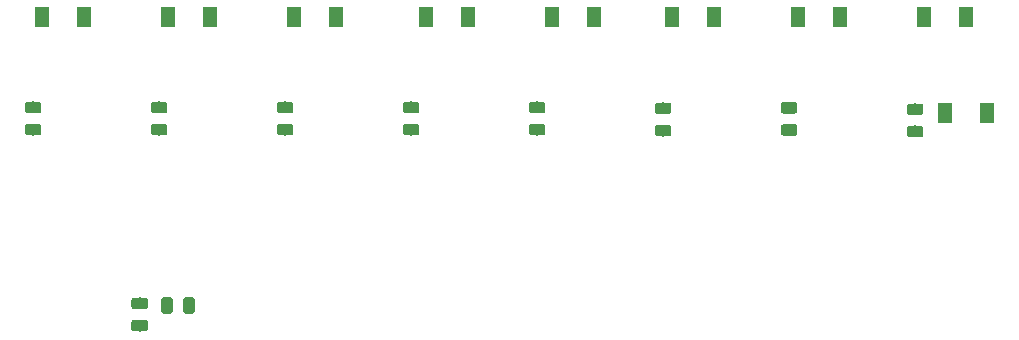
<source format=gbr>
G04 #@! TF.GenerationSoftware,KiCad,Pcbnew,5.1.4-e60b266~84~ubuntu18.04.1*
G04 #@! TF.CreationDate,2019-09-18T22:30:48+03:00*
G04 #@! TF.ProjectId,spotweld,73706f74-7765-46c6-942e-6b696361645f,rev?*
G04 #@! TF.SameCoordinates,Original*
G04 #@! TF.FileFunction,Paste,Bot*
G04 #@! TF.FilePolarity,Positive*
%FSLAX46Y46*%
G04 Gerber Fmt 4.6, Leading zero omitted, Abs format (unit mm)*
G04 Created by KiCad (PCBNEW 5.1.4-e60b266~84~ubuntu18.04.1) date 2019-09-18 22:30:48*
%MOMM*%
%LPD*%
G04 APERTURE LIST*
%ADD10C,0.100000*%
%ADD11C,0.975000*%
%ADD12R,1.300000X1.700000*%
G04 APERTURE END LIST*
D10*
G36*
X182344142Y-85776674D02*
G01*
X182367803Y-85780184D01*
X182391007Y-85785996D01*
X182413529Y-85794054D01*
X182435153Y-85804282D01*
X182455670Y-85816579D01*
X182474883Y-85830829D01*
X182492607Y-85846893D01*
X182508671Y-85864617D01*
X182522921Y-85883830D01*
X182535218Y-85904347D01*
X182545446Y-85925971D01*
X182553504Y-85948493D01*
X182559316Y-85971697D01*
X182562826Y-85995358D01*
X182564000Y-86019250D01*
X182564000Y-86506750D01*
X182562826Y-86530642D01*
X182559316Y-86554303D01*
X182553504Y-86577507D01*
X182545446Y-86600029D01*
X182535218Y-86621653D01*
X182522921Y-86642170D01*
X182508671Y-86661383D01*
X182492607Y-86679107D01*
X182474883Y-86695171D01*
X182455670Y-86709421D01*
X182435153Y-86721718D01*
X182413529Y-86731946D01*
X182391007Y-86740004D01*
X182367803Y-86745816D01*
X182344142Y-86749326D01*
X182320250Y-86750500D01*
X181407750Y-86750500D01*
X181383858Y-86749326D01*
X181360197Y-86745816D01*
X181336993Y-86740004D01*
X181314471Y-86731946D01*
X181292847Y-86721718D01*
X181272330Y-86709421D01*
X181253117Y-86695171D01*
X181235393Y-86679107D01*
X181219329Y-86661383D01*
X181205079Y-86642170D01*
X181192782Y-86621653D01*
X181182554Y-86600029D01*
X181174496Y-86577507D01*
X181168684Y-86554303D01*
X181165174Y-86530642D01*
X181164000Y-86506750D01*
X181164000Y-86019250D01*
X181165174Y-85995358D01*
X181168684Y-85971697D01*
X181174496Y-85948493D01*
X181182554Y-85925971D01*
X181192782Y-85904347D01*
X181205079Y-85883830D01*
X181219329Y-85864617D01*
X181235393Y-85846893D01*
X181253117Y-85830829D01*
X181272330Y-85816579D01*
X181292847Y-85804282D01*
X181314471Y-85794054D01*
X181336993Y-85785996D01*
X181360197Y-85780184D01*
X181383858Y-85776674D01*
X181407750Y-85775500D01*
X182320250Y-85775500D01*
X182344142Y-85776674D01*
X182344142Y-85776674D01*
G37*
D11*
X181864000Y-86263000D03*
D10*
G36*
X182344142Y-87651674D02*
G01*
X182367803Y-87655184D01*
X182391007Y-87660996D01*
X182413529Y-87669054D01*
X182435153Y-87679282D01*
X182455670Y-87691579D01*
X182474883Y-87705829D01*
X182492607Y-87721893D01*
X182508671Y-87739617D01*
X182522921Y-87758830D01*
X182535218Y-87779347D01*
X182545446Y-87800971D01*
X182553504Y-87823493D01*
X182559316Y-87846697D01*
X182562826Y-87870358D01*
X182564000Y-87894250D01*
X182564000Y-88381750D01*
X182562826Y-88405642D01*
X182559316Y-88429303D01*
X182553504Y-88452507D01*
X182545446Y-88475029D01*
X182535218Y-88496653D01*
X182522921Y-88517170D01*
X182508671Y-88536383D01*
X182492607Y-88554107D01*
X182474883Y-88570171D01*
X182455670Y-88584421D01*
X182435153Y-88596718D01*
X182413529Y-88606946D01*
X182391007Y-88615004D01*
X182367803Y-88620816D01*
X182344142Y-88624326D01*
X182320250Y-88625500D01*
X181407750Y-88625500D01*
X181383858Y-88624326D01*
X181360197Y-88620816D01*
X181336993Y-88615004D01*
X181314471Y-88606946D01*
X181292847Y-88596718D01*
X181272330Y-88584421D01*
X181253117Y-88570171D01*
X181235393Y-88554107D01*
X181219329Y-88536383D01*
X181205079Y-88517170D01*
X181192782Y-88496653D01*
X181182554Y-88475029D01*
X181174496Y-88452507D01*
X181168684Y-88429303D01*
X181165174Y-88405642D01*
X181164000Y-88381750D01*
X181164000Y-87894250D01*
X181165174Y-87870358D01*
X181168684Y-87846697D01*
X181174496Y-87823493D01*
X181182554Y-87800971D01*
X181192782Y-87779347D01*
X181205079Y-87758830D01*
X181219329Y-87739617D01*
X181235393Y-87721893D01*
X181253117Y-87705829D01*
X181272330Y-87691579D01*
X181292847Y-87679282D01*
X181314471Y-87669054D01*
X181336993Y-87660996D01*
X181360197Y-87655184D01*
X181383858Y-87651674D01*
X181407750Y-87650500D01*
X182320250Y-87650500D01*
X182344142Y-87651674D01*
X182344142Y-87651674D01*
G37*
D11*
X181864000Y-88138000D03*
D10*
G36*
X171676142Y-85649674D02*
G01*
X171699803Y-85653184D01*
X171723007Y-85658996D01*
X171745529Y-85667054D01*
X171767153Y-85677282D01*
X171787670Y-85689579D01*
X171806883Y-85703829D01*
X171824607Y-85719893D01*
X171840671Y-85737617D01*
X171854921Y-85756830D01*
X171867218Y-85777347D01*
X171877446Y-85798971D01*
X171885504Y-85821493D01*
X171891316Y-85844697D01*
X171894826Y-85868358D01*
X171896000Y-85892250D01*
X171896000Y-86379750D01*
X171894826Y-86403642D01*
X171891316Y-86427303D01*
X171885504Y-86450507D01*
X171877446Y-86473029D01*
X171867218Y-86494653D01*
X171854921Y-86515170D01*
X171840671Y-86534383D01*
X171824607Y-86552107D01*
X171806883Y-86568171D01*
X171787670Y-86582421D01*
X171767153Y-86594718D01*
X171745529Y-86604946D01*
X171723007Y-86613004D01*
X171699803Y-86618816D01*
X171676142Y-86622326D01*
X171652250Y-86623500D01*
X170739750Y-86623500D01*
X170715858Y-86622326D01*
X170692197Y-86618816D01*
X170668993Y-86613004D01*
X170646471Y-86604946D01*
X170624847Y-86594718D01*
X170604330Y-86582421D01*
X170585117Y-86568171D01*
X170567393Y-86552107D01*
X170551329Y-86534383D01*
X170537079Y-86515170D01*
X170524782Y-86494653D01*
X170514554Y-86473029D01*
X170506496Y-86450507D01*
X170500684Y-86427303D01*
X170497174Y-86403642D01*
X170496000Y-86379750D01*
X170496000Y-85892250D01*
X170497174Y-85868358D01*
X170500684Y-85844697D01*
X170506496Y-85821493D01*
X170514554Y-85798971D01*
X170524782Y-85777347D01*
X170537079Y-85756830D01*
X170551329Y-85737617D01*
X170567393Y-85719893D01*
X170585117Y-85703829D01*
X170604330Y-85689579D01*
X170624847Y-85677282D01*
X170646471Y-85667054D01*
X170668993Y-85658996D01*
X170692197Y-85653184D01*
X170715858Y-85649674D01*
X170739750Y-85648500D01*
X171652250Y-85648500D01*
X171676142Y-85649674D01*
X171676142Y-85649674D01*
G37*
D11*
X171196000Y-86136000D03*
D10*
G36*
X171676142Y-87524674D02*
G01*
X171699803Y-87528184D01*
X171723007Y-87533996D01*
X171745529Y-87542054D01*
X171767153Y-87552282D01*
X171787670Y-87564579D01*
X171806883Y-87578829D01*
X171824607Y-87594893D01*
X171840671Y-87612617D01*
X171854921Y-87631830D01*
X171867218Y-87652347D01*
X171877446Y-87673971D01*
X171885504Y-87696493D01*
X171891316Y-87719697D01*
X171894826Y-87743358D01*
X171896000Y-87767250D01*
X171896000Y-88254750D01*
X171894826Y-88278642D01*
X171891316Y-88302303D01*
X171885504Y-88325507D01*
X171877446Y-88348029D01*
X171867218Y-88369653D01*
X171854921Y-88390170D01*
X171840671Y-88409383D01*
X171824607Y-88427107D01*
X171806883Y-88443171D01*
X171787670Y-88457421D01*
X171767153Y-88469718D01*
X171745529Y-88479946D01*
X171723007Y-88488004D01*
X171699803Y-88493816D01*
X171676142Y-88497326D01*
X171652250Y-88498500D01*
X170739750Y-88498500D01*
X170715858Y-88497326D01*
X170692197Y-88493816D01*
X170668993Y-88488004D01*
X170646471Y-88479946D01*
X170624847Y-88469718D01*
X170604330Y-88457421D01*
X170585117Y-88443171D01*
X170567393Y-88427107D01*
X170551329Y-88409383D01*
X170537079Y-88390170D01*
X170524782Y-88369653D01*
X170514554Y-88348029D01*
X170506496Y-88325507D01*
X170500684Y-88302303D01*
X170497174Y-88278642D01*
X170496000Y-88254750D01*
X170496000Y-87767250D01*
X170497174Y-87743358D01*
X170500684Y-87719697D01*
X170506496Y-87696493D01*
X170514554Y-87673971D01*
X170524782Y-87652347D01*
X170537079Y-87631830D01*
X170551329Y-87612617D01*
X170567393Y-87594893D01*
X170585117Y-87578829D01*
X170604330Y-87564579D01*
X170624847Y-87552282D01*
X170646471Y-87542054D01*
X170668993Y-87533996D01*
X170692197Y-87528184D01*
X170715858Y-87524674D01*
X170739750Y-87523500D01*
X171652250Y-87523500D01*
X171676142Y-87524674D01*
X171676142Y-87524674D01*
G37*
D11*
X171196000Y-88011000D03*
D10*
G36*
X161008142Y-85698174D02*
G01*
X161031803Y-85701684D01*
X161055007Y-85707496D01*
X161077529Y-85715554D01*
X161099153Y-85725782D01*
X161119670Y-85738079D01*
X161138883Y-85752329D01*
X161156607Y-85768393D01*
X161172671Y-85786117D01*
X161186921Y-85805330D01*
X161199218Y-85825847D01*
X161209446Y-85847471D01*
X161217504Y-85869993D01*
X161223316Y-85893197D01*
X161226826Y-85916858D01*
X161228000Y-85940750D01*
X161228000Y-86428250D01*
X161226826Y-86452142D01*
X161223316Y-86475803D01*
X161217504Y-86499007D01*
X161209446Y-86521529D01*
X161199218Y-86543153D01*
X161186921Y-86563670D01*
X161172671Y-86582883D01*
X161156607Y-86600607D01*
X161138883Y-86616671D01*
X161119670Y-86630921D01*
X161099153Y-86643218D01*
X161077529Y-86653446D01*
X161055007Y-86661504D01*
X161031803Y-86667316D01*
X161008142Y-86670826D01*
X160984250Y-86672000D01*
X160071750Y-86672000D01*
X160047858Y-86670826D01*
X160024197Y-86667316D01*
X160000993Y-86661504D01*
X159978471Y-86653446D01*
X159956847Y-86643218D01*
X159936330Y-86630921D01*
X159917117Y-86616671D01*
X159899393Y-86600607D01*
X159883329Y-86582883D01*
X159869079Y-86563670D01*
X159856782Y-86543153D01*
X159846554Y-86521529D01*
X159838496Y-86499007D01*
X159832684Y-86475803D01*
X159829174Y-86452142D01*
X159828000Y-86428250D01*
X159828000Y-85940750D01*
X159829174Y-85916858D01*
X159832684Y-85893197D01*
X159838496Y-85869993D01*
X159846554Y-85847471D01*
X159856782Y-85825847D01*
X159869079Y-85805330D01*
X159883329Y-85786117D01*
X159899393Y-85768393D01*
X159917117Y-85752329D01*
X159936330Y-85738079D01*
X159956847Y-85725782D01*
X159978471Y-85715554D01*
X160000993Y-85707496D01*
X160024197Y-85701684D01*
X160047858Y-85698174D01*
X160071750Y-85697000D01*
X160984250Y-85697000D01*
X161008142Y-85698174D01*
X161008142Y-85698174D01*
G37*
D11*
X160528000Y-86184500D03*
D10*
G36*
X161008142Y-87573174D02*
G01*
X161031803Y-87576684D01*
X161055007Y-87582496D01*
X161077529Y-87590554D01*
X161099153Y-87600782D01*
X161119670Y-87613079D01*
X161138883Y-87627329D01*
X161156607Y-87643393D01*
X161172671Y-87661117D01*
X161186921Y-87680330D01*
X161199218Y-87700847D01*
X161209446Y-87722471D01*
X161217504Y-87744993D01*
X161223316Y-87768197D01*
X161226826Y-87791858D01*
X161228000Y-87815750D01*
X161228000Y-88303250D01*
X161226826Y-88327142D01*
X161223316Y-88350803D01*
X161217504Y-88374007D01*
X161209446Y-88396529D01*
X161199218Y-88418153D01*
X161186921Y-88438670D01*
X161172671Y-88457883D01*
X161156607Y-88475607D01*
X161138883Y-88491671D01*
X161119670Y-88505921D01*
X161099153Y-88518218D01*
X161077529Y-88528446D01*
X161055007Y-88536504D01*
X161031803Y-88542316D01*
X161008142Y-88545826D01*
X160984250Y-88547000D01*
X160071750Y-88547000D01*
X160047858Y-88545826D01*
X160024197Y-88542316D01*
X160000993Y-88536504D01*
X159978471Y-88528446D01*
X159956847Y-88518218D01*
X159936330Y-88505921D01*
X159917117Y-88491671D01*
X159899393Y-88475607D01*
X159883329Y-88457883D01*
X159869079Y-88438670D01*
X159856782Y-88418153D01*
X159846554Y-88396529D01*
X159838496Y-88374007D01*
X159832684Y-88350803D01*
X159829174Y-88327142D01*
X159828000Y-88303250D01*
X159828000Y-87815750D01*
X159829174Y-87791858D01*
X159832684Y-87768197D01*
X159838496Y-87744993D01*
X159846554Y-87722471D01*
X159856782Y-87700847D01*
X159869079Y-87680330D01*
X159883329Y-87661117D01*
X159899393Y-87643393D01*
X159917117Y-87627329D01*
X159936330Y-87613079D01*
X159956847Y-87600782D01*
X159978471Y-87590554D01*
X160000993Y-87582496D01*
X160024197Y-87576684D01*
X160047858Y-87573174D01*
X160071750Y-87572000D01*
X160984250Y-87572000D01*
X161008142Y-87573174D01*
X161008142Y-87573174D01*
G37*
D11*
X160528000Y-88059500D03*
D10*
G36*
X150340142Y-85619674D02*
G01*
X150363803Y-85623184D01*
X150387007Y-85628996D01*
X150409529Y-85637054D01*
X150431153Y-85647282D01*
X150451670Y-85659579D01*
X150470883Y-85673829D01*
X150488607Y-85689893D01*
X150504671Y-85707617D01*
X150518921Y-85726830D01*
X150531218Y-85747347D01*
X150541446Y-85768971D01*
X150549504Y-85791493D01*
X150555316Y-85814697D01*
X150558826Y-85838358D01*
X150560000Y-85862250D01*
X150560000Y-86349750D01*
X150558826Y-86373642D01*
X150555316Y-86397303D01*
X150549504Y-86420507D01*
X150541446Y-86443029D01*
X150531218Y-86464653D01*
X150518921Y-86485170D01*
X150504671Y-86504383D01*
X150488607Y-86522107D01*
X150470883Y-86538171D01*
X150451670Y-86552421D01*
X150431153Y-86564718D01*
X150409529Y-86574946D01*
X150387007Y-86583004D01*
X150363803Y-86588816D01*
X150340142Y-86592326D01*
X150316250Y-86593500D01*
X149403750Y-86593500D01*
X149379858Y-86592326D01*
X149356197Y-86588816D01*
X149332993Y-86583004D01*
X149310471Y-86574946D01*
X149288847Y-86564718D01*
X149268330Y-86552421D01*
X149249117Y-86538171D01*
X149231393Y-86522107D01*
X149215329Y-86504383D01*
X149201079Y-86485170D01*
X149188782Y-86464653D01*
X149178554Y-86443029D01*
X149170496Y-86420507D01*
X149164684Y-86397303D01*
X149161174Y-86373642D01*
X149160000Y-86349750D01*
X149160000Y-85862250D01*
X149161174Y-85838358D01*
X149164684Y-85814697D01*
X149170496Y-85791493D01*
X149178554Y-85768971D01*
X149188782Y-85747347D01*
X149201079Y-85726830D01*
X149215329Y-85707617D01*
X149231393Y-85689893D01*
X149249117Y-85673829D01*
X149268330Y-85659579D01*
X149288847Y-85647282D01*
X149310471Y-85637054D01*
X149332993Y-85628996D01*
X149356197Y-85623184D01*
X149379858Y-85619674D01*
X149403750Y-85618500D01*
X150316250Y-85618500D01*
X150340142Y-85619674D01*
X150340142Y-85619674D01*
G37*
D11*
X149860000Y-86106000D03*
D10*
G36*
X150340142Y-87494674D02*
G01*
X150363803Y-87498184D01*
X150387007Y-87503996D01*
X150409529Y-87512054D01*
X150431153Y-87522282D01*
X150451670Y-87534579D01*
X150470883Y-87548829D01*
X150488607Y-87564893D01*
X150504671Y-87582617D01*
X150518921Y-87601830D01*
X150531218Y-87622347D01*
X150541446Y-87643971D01*
X150549504Y-87666493D01*
X150555316Y-87689697D01*
X150558826Y-87713358D01*
X150560000Y-87737250D01*
X150560000Y-88224750D01*
X150558826Y-88248642D01*
X150555316Y-88272303D01*
X150549504Y-88295507D01*
X150541446Y-88318029D01*
X150531218Y-88339653D01*
X150518921Y-88360170D01*
X150504671Y-88379383D01*
X150488607Y-88397107D01*
X150470883Y-88413171D01*
X150451670Y-88427421D01*
X150431153Y-88439718D01*
X150409529Y-88449946D01*
X150387007Y-88458004D01*
X150363803Y-88463816D01*
X150340142Y-88467326D01*
X150316250Y-88468500D01*
X149403750Y-88468500D01*
X149379858Y-88467326D01*
X149356197Y-88463816D01*
X149332993Y-88458004D01*
X149310471Y-88449946D01*
X149288847Y-88439718D01*
X149268330Y-88427421D01*
X149249117Y-88413171D01*
X149231393Y-88397107D01*
X149215329Y-88379383D01*
X149201079Y-88360170D01*
X149188782Y-88339653D01*
X149178554Y-88318029D01*
X149170496Y-88295507D01*
X149164684Y-88272303D01*
X149161174Y-88248642D01*
X149160000Y-88224750D01*
X149160000Y-87737250D01*
X149161174Y-87713358D01*
X149164684Y-87689697D01*
X149170496Y-87666493D01*
X149178554Y-87643971D01*
X149188782Y-87622347D01*
X149201079Y-87601830D01*
X149215329Y-87582617D01*
X149231393Y-87564893D01*
X149249117Y-87548829D01*
X149268330Y-87534579D01*
X149288847Y-87522282D01*
X149310471Y-87512054D01*
X149332993Y-87503996D01*
X149356197Y-87498184D01*
X149379858Y-87494674D01*
X149403750Y-87493500D01*
X150316250Y-87493500D01*
X150340142Y-87494674D01*
X150340142Y-87494674D01*
G37*
D11*
X149860000Y-87981000D03*
D10*
G36*
X139672142Y-85619674D02*
G01*
X139695803Y-85623184D01*
X139719007Y-85628996D01*
X139741529Y-85637054D01*
X139763153Y-85647282D01*
X139783670Y-85659579D01*
X139802883Y-85673829D01*
X139820607Y-85689893D01*
X139836671Y-85707617D01*
X139850921Y-85726830D01*
X139863218Y-85747347D01*
X139873446Y-85768971D01*
X139881504Y-85791493D01*
X139887316Y-85814697D01*
X139890826Y-85838358D01*
X139892000Y-85862250D01*
X139892000Y-86349750D01*
X139890826Y-86373642D01*
X139887316Y-86397303D01*
X139881504Y-86420507D01*
X139873446Y-86443029D01*
X139863218Y-86464653D01*
X139850921Y-86485170D01*
X139836671Y-86504383D01*
X139820607Y-86522107D01*
X139802883Y-86538171D01*
X139783670Y-86552421D01*
X139763153Y-86564718D01*
X139741529Y-86574946D01*
X139719007Y-86583004D01*
X139695803Y-86588816D01*
X139672142Y-86592326D01*
X139648250Y-86593500D01*
X138735750Y-86593500D01*
X138711858Y-86592326D01*
X138688197Y-86588816D01*
X138664993Y-86583004D01*
X138642471Y-86574946D01*
X138620847Y-86564718D01*
X138600330Y-86552421D01*
X138581117Y-86538171D01*
X138563393Y-86522107D01*
X138547329Y-86504383D01*
X138533079Y-86485170D01*
X138520782Y-86464653D01*
X138510554Y-86443029D01*
X138502496Y-86420507D01*
X138496684Y-86397303D01*
X138493174Y-86373642D01*
X138492000Y-86349750D01*
X138492000Y-85862250D01*
X138493174Y-85838358D01*
X138496684Y-85814697D01*
X138502496Y-85791493D01*
X138510554Y-85768971D01*
X138520782Y-85747347D01*
X138533079Y-85726830D01*
X138547329Y-85707617D01*
X138563393Y-85689893D01*
X138581117Y-85673829D01*
X138600330Y-85659579D01*
X138620847Y-85647282D01*
X138642471Y-85637054D01*
X138664993Y-85628996D01*
X138688197Y-85623184D01*
X138711858Y-85619674D01*
X138735750Y-85618500D01*
X139648250Y-85618500D01*
X139672142Y-85619674D01*
X139672142Y-85619674D01*
G37*
D11*
X139192000Y-86106000D03*
D10*
G36*
X139672142Y-87494674D02*
G01*
X139695803Y-87498184D01*
X139719007Y-87503996D01*
X139741529Y-87512054D01*
X139763153Y-87522282D01*
X139783670Y-87534579D01*
X139802883Y-87548829D01*
X139820607Y-87564893D01*
X139836671Y-87582617D01*
X139850921Y-87601830D01*
X139863218Y-87622347D01*
X139873446Y-87643971D01*
X139881504Y-87666493D01*
X139887316Y-87689697D01*
X139890826Y-87713358D01*
X139892000Y-87737250D01*
X139892000Y-88224750D01*
X139890826Y-88248642D01*
X139887316Y-88272303D01*
X139881504Y-88295507D01*
X139873446Y-88318029D01*
X139863218Y-88339653D01*
X139850921Y-88360170D01*
X139836671Y-88379383D01*
X139820607Y-88397107D01*
X139802883Y-88413171D01*
X139783670Y-88427421D01*
X139763153Y-88439718D01*
X139741529Y-88449946D01*
X139719007Y-88458004D01*
X139695803Y-88463816D01*
X139672142Y-88467326D01*
X139648250Y-88468500D01*
X138735750Y-88468500D01*
X138711858Y-88467326D01*
X138688197Y-88463816D01*
X138664993Y-88458004D01*
X138642471Y-88449946D01*
X138620847Y-88439718D01*
X138600330Y-88427421D01*
X138581117Y-88413171D01*
X138563393Y-88397107D01*
X138547329Y-88379383D01*
X138533079Y-88360170D01*
X138520782Y-88339653D01*
X138510554Y-88318029D01*
X138502496Y-88295507D01*
X138496684Y-88272303D01*
X138493174Y-88248642D01*
X138492000Y-88224750D01*
X138492000Y-87737250D01*
X138493174Y-87713358D01*
X138496684Y-87689697D01*
X138502496Y-87666493D01*
X138510554Y-87643971D01*
X138520782Y-87622347D01*
X138533079Y-87601830D01*
X138547329Y-87582617D01*
X138563393Y-87564893D01*
X138581117Y-87548829D01*
X138600330Y-87534579D01*
X138620847Y-87522282D01*
X138642471Y-87512054D01*
X138664993Y-87503996D01*
X138688197Y-87498184D01*
X138711858Y-87494674D01*
X138735750Y-87493500D01*
X139648250Y-87493500D01*
X139672142Y-87494674D01*
X139672142Y-87494674D01*
G37*
D11*
X139192000Y-87981000D03*
D10*
G36*
X129004142Y-85619674D02*
G01*
X129027803Y-85623184D01*
X129051007Y-85628996D01*
X129073529Y-85637054D01*
X129095153Y-85647282D01*
X129115670Y-85659579D01*
X129134883Y-85673829D01*
X129152607Y-85689893D01*
X129168671Y-85707617D01*
X129182921Y-85726830D01*
X129195218Y-85747347D01*
X129205446Y-85768971D01*
X129213504Y-85791493D01*
X129219316Y-85814697D01*
X129222826Y-85838358D01*
X129224000Y-85862250D01*
X129224000Y-86349750D01*
X129222826Y-86373642D01*
X129219316Y-86397303D01*
X129213504Y-86420507D01*
X129205446Y-86443029D01*
X129195218Y-86464653D01*
X129182921Y-86485170D01*
X129168671Y-86504383D01*
X129152607Y-86522107D01*
X129134883Y-86538171D01*
X129115670Y-86552421D01*
X129095153Y-86564718D01*
X129073529Y-86574946D01*
X129051007Y-86583004D01*
X129027803Y-86588816D01*
X129004142Y-86592326D01*
X128980250Y-86593500D01*
X128067750Y-86593500D01*
X128043858Y-86592326D01*
X128020197Y-86588816D01*
X127996993Y-86583004D01*
X127974471Y-86574946D01*
X127952847Y-86564718D01*
X127932330Y-86552421D01*
X127913117Y-86538171D01*
X127895393Y-86522107D01*
X127879329Y-86504383D01*
X127865079Y-86485170D01*
X127852782Y-86464653D01*
X127842554Y-86443029D01*
X127834496Y-86420507D01*
X127828684Y-86397303D01*
X127825174Y-86373642D01*
X127824000Y-86349750D01*
X127824000Y-85862250D01*
X127825174Y-85838358D01*
X127828684Y-85814697D01*
X127834496Y-85791493D01*
X127842554Y-85768971D01*
X127852782Y-85747347D01*
X127865079Y-85726830D01*
X127879329Y-85707617D01*
X127895393Y-85689893D01*
X127913117Y-85673829D01*
X127932330Y-85659579D01*
X127952847Y-85647282D01*
X127974471Y-85637054D01*
X127996993Y-85628996D01*
X128020197Y-85623184D01*
X128043858Y-85619674D01*
X128067750Y-85618500D01*
X128980250Y-85618500D01*
X129004142Y-85619674D01*
X129004142Y-85619674D01*
G37*
D11*
X128524000Y-86106000D03*
D10*
G36*
X129004142Y-87494674D02*
G01*
X129027803Y-87498184D01*
X129051007Y-87503996D01*
X129073529Y-87512054D01*
X129095153Y-87522282D01*
X129115670Y-87534579D01*
X129134883Y-87548829D01*
X129152607Y-87564893D01*
X129168671Y-87582617D01*
X129182921Y-87601830D01*
X129195218Y-87622347D01*
X129205446Y-87643971D01*
X129213504Y-87666493D01*
X129219316Y-87689697D01*
X129222826Y-87713358D01*
X129224000Y-87737250D01*
X129224000Y-88224750D01*
X129222826Y-88248642D01*
X129219316Y-88272303D01*
X129213504Y-88295507D01*
X129205446Y-88318029D01*
X129195218Y-88339653D01*
X129182921Y-88360170D01*
X129168671Y-88379383D01*
X129152607Y-88397107D01*
X129134883Y-88413171D01*
X129115670Y-88427421D01*
X129095153Y-88439718D01*
X129073529Y-88449946D01*
X129051007Y-88458004D01*
X129027803Y-88463816D01*
X129004142Y-88467326D01*
X128980250Y-88468500D01*
X128067750Y-88468500D01*
X128043858Y-88467326D01*
X128020197Y-88463816D01*
X127996993Y-88458004D01*
X127974471Y-88449946D01*
X127952847Y-88439718D01*
X127932330Y-88427421D01*
X127913117Y-88413171D01*
X127895393Y-88397107D01*
X127879329Y-88379383D01*
X127865079Y-88360170D01*
X127852782Y-88339653D01*
X127842554Y-88318029D01*
X127834496Y-88295507D01*
X127828684Y-88272303D01*
X127825174Y-88248642D01*
X127824000Y-88224750D01*
X127824000Y-87737250D01*
X127825174Y-87713358D01*
X127828684Y-87689697D01*
X127834496Y-87666493D01*
X127842554Y-87643971D01*
X127852782Y-87622347D01*
X127865079Y-87601830D01*
X127879329Y-87582617D01*
X127895393Y-87564893D01*
X127913117Y-87548829D01*
X127932330Y-87534579D01*
X127952847Y-87522282D01*
X127974471Y-87512054D01*
X127996993Y-87503996D01*
X128020197Y-87498184D01*
X128043858Y-87494674D01*
X128067750Y-87493500D01*
X128980250Y-87493500D01*
X129004142Y-87494674D01*
X129004142Y-87494674D01*
G37*
D11*
X128524000Y-87981000D03*
D10*
G36*
X118336142Y-85619674D02*
G01*
X118359803Y-85623184D01*
X118383007Y-85628996D01*
X118405529Y-85637054D01*
X118427153Y-85647282D01*
X118447670Y-85659579D01*
X118466883Y-85673829D01*
X118484607Y-85689893D01*
X118500671Y-85707617D01*
X118514921Y-85726830D01*
X118527218Y-85747347D01*
X118537446Y-85768971D01*
X118545504Y-85791493D01*
X118551316Y-85814697D01*
X118554826Y-85838358D01*
X118556000Y-85862250D01*
X118556000Y-86349750D01*
X118554826Y-86373642D01*
X118551316Y-86397303D01*
X118545504Y-86420507D01*
X118537446Y-86443029D01*
X118527218Y-86464653D01*
X118514921Y-86485170D01*
X118500671Y-86504383D01*
X118484607Y-86522107D01*
X118466883Y-86538171D01*
X118447670Y-86552421D01*
X118427153Y-86564718D01*
X118405529Y-86574946D01*
X118383007Y-86583004D01*
X118359803Y-86588816D01*
X118336142Y-86592326D01*
X118312250Y-86593500D01*
X117399750Y-86593500D01*
X117375858Y-86592326D01*
X117352197Y-86588816D01*
X117328993Y-86583004D01*
X117306471Y-86574946D01*
X117284847Y-86564718D01*
X117264330Y-86552421D01*
X117245117Y-86538171D01*
X117227393Y-86522107D01*
X117211329Y-86504383D01*
X117197079Y-86485170D01*
X117184782Y-86464653D01*
X117174554Y-86443029D01*
X117166496Y-86420507D01*
X117160684Y-86397303D01*
X117157174Y-86373642D01*
X117156000Y-86349750D01*
X117156000Y-85862250D01*
X117157174Y-85838358D01*
X117160684Y-85814697D01*
X117166496Y-85791493D01*
X117174554Y-85768971D01*
X117184782Y-85747347D01*
X117197079Y-85726830D01*
X117211329Y-85707617D01*
X117227393Y-85689893D01*
X117245117Y-85673829D01*
X117264330Y-85659579D01*
X117284847Y-85647282D01*
X117306471Y-85637054D01*
X117328993Y-85628996D01*
X117352197Y-85623184D01*
X117375858Y-85619674D01*
X117399750Y-85618500D01*
X118312250Y-85618500D01*
X118336142Y-85619674D01*
X118336142Y-85619674D01*
G37*
D11*
X117856000Y-86106000D03*
D10*
G36*
X118336142Y-87494674D02*
G01*
X118359803Y-87498184D01*
X118383007Y-87503996D01*
X118405529Y-87512054D01*
X118427153Y-87522282D01*
X118447670Y-87534579D01*
X118466883Y-87548829D01*
X118484607Y-87564893D01*
X118500671Y-87582617D01*
X118514921Y-87601830D01*
X118527218Y-87622347D01*
X118537446Y-87643971D01*
X118545504Y-87666493D01*
X118551316Y-87689697D01*
X118554826Y-87713358D01*
X118556000Y-87737250D01*
X118556000Y-88224750D01*
X118554826Y-88248642D01*
X118551316Y-88272303D01*
X118545504Y-88295507D01*
X118537446Y-88318029D01*
X118527218Y-88339653D01*
X118514921Y-88360170D01*
X118500671Y-88379383D01*
X118484607Y-88397107D01*
X118466883Y-88413171D01*
X118447670Y-88427421D01*
X118427153Y-88439718D01*
X118405529Y-88449946D01*
X118383007Y-88458004D01*
X118359803Y-88463816D01*
X118336142Y-88467326D01*
X118312250Y-88468500D01*
X117399750Y-88468500D01*
X117375858Y-88467326D01*
X117352197Y-88463816D01*
X117328993Y-88458004D01*
X117306471Y-88449946D01*
X117284847Y-88439718D01*
X117264330Y-88427421D01*
X117245117Y-88413171D01*
X117227393Y-88397107D01*
X117211329Y-88379383D01*
X117197079Y-88360170D01*
X117184782Y-88339653D01*
X117174554Y-88318029D01*
X117166496Y-88295507D01*
X117160684Y-88272303D01*
X117157174Y-88248642D01*
X117156000Y-88224750D01*
X117156000Y-87737250D01*
X117157174Y-87713358D01*
X117160684Y-87689697D01*
X117166496Y-87666493D01*
X117174554Y-87643971D01*
X117184782Y-87622347D01*
X117197079Y-87601830D01*
X117211329Y-87582617D01*
X117227393Y-87564893D01*
X117245117Y-87548829D01*
X117264330Y-87534579D01*
X117284847Y-87522282D01*
X117306471Y-87512054D01*
X117328993Y-87503996D01*
X117352197Y-87498184D01*
X117375858Y-87494674D01*
X117399750Y-87493500D01*
X118312250Y-87493500D01*
X118336142Y-87494674D01*
X118336142Y-87494674D01*
G37*
D11*
X117856000Y-87981000D03*
D10*
G36*
X107668142Y-85619674D02*
G01*
X107691803Y-85623184D01*
X107715007Y-85628996D01*
X107737529Y-85637054D01*
X107759153Y-85647282D01*
X107779670Y-85659579D01*
X107798883Y-85673829D01*
X107816607Y-85689893D01*
X107832671Y-85707617D01*
X107846921Y-85726830D01*
X107859218Y-85747347D01*
X107869446Y-85768971D01*
X107877504Y-85791493D01*
X107883316Y-85814697D01*
X107886826Y-85838358D01*
X107888000Y-85862250D01*
X107888000Y-86349750D01*
X107886826Y-86373642D01*
X107883316Y-86397303D01*
X107877504Y-86420507D01*
X107869446Y-86443029D01*
X107859218Y-86464653D01*
X107846921Y-86485170D01*
X107832671Y-86504383D01*
X107816607Y-86522107D01*
X107798883Y-86538171D01*
X107779670Y-86552421D01*
X107759153Y-86564718D01*
X107737529Y-86574946D01*
X107715007Y-86583004D01*
X107691803Y-86588816D01*
X107668142Y-86592326D01*
X107644250Y-86593500D01*
X106731750Y-86593500D01*
X106707858Y-86592326D01*
X106684197Y-86588816D01*
X106660993Y-86583004D01*
X106638471Y-86574946D01*
X106616847Y-86564718D01*
X106596330Y-86552421D01*
X106577117Y-86538171D01*
X106559393Y-86522107D01*
X106543329Y-86504383D01*
X106529079Y-86485170D01*
X106516782Y-86464653D01*
X106506554Y-86443029D01*
X106498496Y-86420507D01*
X106492684Y-86397303D01*
X106489174Y-86373642D01*
X106488000Y-86349750D01*
X106488000Y-85862250D01*
X106489174Y-85838358D01*
X106492684Y-85814697D01*
X106498496Y-85791493D01*
X106506554Y-85768971D01*
X106516782Y-85747347D01*
X106529079Y-85726830D01*
X106543329Y-85707617D01*
X106559393Y-85689893D01*
X106577117Y-85673829D01*
X106596330Y-85659579D01*
X106616847Y-85647282D01*
X106638471Y-85637054D01*
X106660993Y-85628996D01*
X106684197Y-85623184D01*
X106707858Y-85619674D01*
X106731750Y-85618500D01*
X107644250Y-85618500D01*
X107668142Y-85619674D01*
X107668142Y-85619674D01*
G37*
D11*
X107188000Y-86106000D03*
D10*
G36*
X107668142Y-87494674D02*
G01*
X107691803Y-87498184D01*
X107715007Y-87503996D01*
X107737529Y-87512054D01*
X107759153Y-87522282D01*
X107779670Y-87534579D01*
X107798883Y-87548829D01*
X107816607Y-87564893D01*
X107832671Y-87582617D01*
X107846921Y-87601830D01*
X107859218Y-87622347D01*
X107869446Y-87643971D01*
X107877504Y-87666493D01*
X107883316Y-87689697D01*
X107886826Y-87713358D01*
X107888000Y-87737250D01*
X107888000Y-88224750D01*
X107886826Y-88248642D01*
X107883316Y-88272303D01*
X107877504Y-88295507D01*
X107869446Y-88318029D01*
X107859218Y-88339653D01*
X107846921Y-88360170D01*
X107832671Y-88379383D01*
X107816607Y-88397107D01*
X107798883Y-88413171D01*
X107779670Y-88427421D01*
X107759153Y-88439718D01*
X107737529Y-88449946D01*
X107715007Y-88458004D01*
X107691803Y-88463816D01*
X107668142Y-88467326D01*
X107644250Y-88468500D01*
X106731750Y-88468500D01*
X106707858Y-88467326D01*
X106684197Y-88463816D01*
X106660993Y-88458004D01*
X106638471Y-88449946D01*
X106616847Y-88439718D01*
X106596330Y-88427421D01*
X106577117Y-88413171D01*
X106559393Y-88397107D01*
X106543329Y-88379383D01*
X106529079Y-88360170D01*
X106516782Y-88339653D01*
X106506554Y-88318029D01*
X106498496Y-88295507D01*
X106492684Y-88272303D01*
X106489174Y-88248642D01*
X106488000Y-88224750D01*
X106488000Y-87737250D01*
X106489174Y-87713358D01*
X106492684Y-87689697D01*
X106498496Y-87666493D01*
X106506554Y-87643971D01*
X106516782Y-87622347D01*
X106529079Y-87601830D01*
X106543329Y-87582617D01*
X106559393Y-87564893D01*
X106577117Y-87548829D01*
X106596330Y-87534579D01*
X106616847Y-87522282D01*
X106638471Y-87512054D01*
X106660993Y-87503996D01*
X106684197Y-87498184D01*
X106707858Y-87494674D01*
X106731750Y-87493500D01*
X107644250Y-87493500D01*
X107668142Y-87494674D01*
X107668142Y-87494674D01*
G37*
D11*
X107188000Y-87981000D03*
D10*
G36*
X120663642Y-102171174D02*
G01*
X120687303Y-102174684D01*
X120710507Y-102180496D01*
X120733029Y-102188554D01*
X120754653Y-102198782D01*
X120775170Y-102211079D01*
X120794383Y-102225329D01*
X120812107Y-102241393D01*
X120828171Y-102259117D01*
X120842421Y-102278330D01*
X120854718Y-102298847D01*
X120864946Y-102320471D01*
X120873004Y-102342993D01*
X120878816Y-102366197D01*
X120882326Y-102389858D01*
X120883500Y-102413750D01*
X120883500Y-103326250D01*
X120882326Y-103350142D01*
X120878816Y-103373803D01*
X120873004Y-103397007D01*
X120864946Y-103419529D01*
X120854718Y-103441153D01*
X120842421Y-103461670D01*
X120828171Y-103480883D01*
X120812107Y-103498607D01*
X120794383Y-103514671D01*
X120775170Y-103528921D01*
X120754653Y-103541218D01*
X120733029Y-103551446D01*
X120710507Y-103559504D01*
X120687303Y-103565316D01*
X120663642Y-103568826D01*
X120639750Y-103570000D01*
X120152250Y-103570000D01*
X120128358Y-103568826D01*
X120104697Y-103565316D01*
X120081493Y-103559504D01*
X120058971Y-103551446D01*
X120037347Y-103541218D01*
X120016830Y-103528921D01*
X119997617Y-103514671D01*
X119979893Y-103498607D01*
X119963829Y-103480883D01*
X119949579Y-103461670D01*
X119937282Y-103441153D01*
X119927054Y-103419529D01*
X119918996Y-103397007D01*
X119913184Y-103373803D01*
X119909674Y-103350142D01*
X119908500Y-103326250D01*
X119908500Y-102413750D01*
X119909674Y-102389858D01*
X119913184Y-102366197D01*
X119918996Y-102342993D01*
X119927054Y-102320471D01*
X119937282Y-102298847D01*
X119949579Y-102278330D01*
X119963829Y-102259117D01*
X119979893Y-102241393D01*
X119997617Y-102225329D01*
X120016830Y-102211079D01*
X120037347Y-102198782D01*
X120058971Y-102188554D01*
X120081493Y-102180496D01*
X120104697Y-102174684D01*
X120128358Y-102171174D01*
X120152250Y-102170000D01*
X120639750Y-102170000D01*
X120663642Y-102171174D01*
X120663642Y-102171174D01*
G37*
D11*
X120396000Y-102870000D03*
D10*
G36*
X118788642Y-102171174D02*
G01*
X118812303Y-102174684D01*
X118835507Y-102180496D01*
X118858029Y-102188554D01*
X118879653Y-102198782D01*
X118900170Y-102211079D01*
X118919383Y-102225329D01*
X118937107Y-102241393D01*
X118953171Y-102259117D01*
X118967421Y-102278330D01*
X118979718Y-102298847D01*
X118989946Y-102320471D01*
X118998004Y-102342993D01*
X119003816Y-102366197D01*
X119007326Y-102389858D01*
X119008500Y-102413750D01*
X119008500Y-103326250D01*
X119007326Y-103350142D01*
X119003816Y-103373803D01*
X118998004Y-103397007D01*
X118989946Y-103419529D01*
X118979718Y-103441153D01*
X118967421Y-103461670D01*
X118953171Y-103480883D01*
X118937107Y-103498607D01*
X118919383Y-103514671D01*
X118900170Y-103528921D01*
X118879653Y-103541218D01*
X118858029Y-103551446D01*
X118835507Y-103559504D01*
X118812303Y-103565316D01*
X118788642Y-103568826D01*
X118764750Y-103570000D01*
X118277250Y-103570000D01*
X118253358Y-103568826D01*
X118229697Y-103565316D01*
X118206493Y-103559504D01*
X118183971Y-103551446D01*
X118162347Y-103541218D01*
X118141830Y-103528921D01*
X118122617Y-103514671D01*
X118104893Y-103498607D01*
X118088829Y-103480883D01*
X118074579Y-103461670D01*
X118062282Y-103441153D01*
X118052054Y-103419529D01*
X118043996Y-103397007D01*
X118038184Y-103373803D01*
X118034674Y-103350142D01*
X118033500Y-103326250D01*
X118033500Y-102413750D01*
X118034674Y-102389858D01*
X118038184Y-102366197D01*
X118043996Y-102342993D01*
X118052054Y-102320471D01*
X118062282Y-102298847D01*
X118074579Y-102278330D01*
X118088829Y-102259117D01*
X118104893Y-102241393D01*
X118122617Y-102225329D01*
X118141830Y-102211079D01*
X118162347Y-102198782D01*
X118183971Y-102188554D01*
X118206493Y-102180496D01*
X118229697Y-102174684D01*
X118253358Y-102171174D01*
X118277250Y-102170000D01*
X118764750Y-102170000D01*
X118788642Y-102171174D01*
X118788642Y-102171174D01*
G37*
D11*
X118521000Y-102870000D03*
D10*
G36*
X116685142Y-104083174D02*
G01*
X116708803Y-104086684D01*
X116732007Y-104092496D01*
X116754529Y-104100554D01*
X116776153Y-104110782D01*
X116796670Y-104123079D01*
X116815883Y-104137329D01*
X116833607Y-104153393D01*
X116849671Y-104171117D01*
X116863921Y-104190330D01*
X116876218Y-104210847D01*
X116886446Y-104232471D01*
X116894504Y-104254993D01*
X116900316Y-104278197D01*
X116903826Y-104301858D01*
X116905000Y-104325750D01*
X116905000Y-104813250D01*
X116903826Y-104837142D01*
X116900316Y-104860803D01*
X116894504Y-104884007D01*
X116886446Y-104906529D01*
X116876218Y-104928153D01*
X116863921Y-104948670D01*
X116849671Y-104967883D01*
X116833607Y-104985607D01*
X116815883Y-105001671D01*
X116796670Y-105015921D01*
X116776153Y-105028218D01*
X116754529Y-105038446D01*
X116732007Y-105046504D01*
X116708803Y-105052316D01*
X116685142Y-105055826D01*
X116661250Y-105057000D01*
X115748750Y-105057000D01*
X115724858Y-105055826D01*
X115701197Y-105052316D01*
X115677993Y-105046504D01*
X115655471Y-105038446D01*
X115633847Y-105028218D01*
X115613330Y-105015921D01*
X115594117Y-105001671D01*
X115576393Y-104985607D01*
X115560329Y-104967883D01*
X115546079Y-104948670D01*
X115533782Y-104928153D01*
X115523554Y-104906529D01*
X115515496Y-104884007D01*
X115509684Y-104860803D01*
X115506174Y-104837142D01*
X115505000Y-104813250D01*
X115505000Y-104325750D01*
X115506174Y-104301858D01*
X115509684Y-104278197D01*
X115515496Y-104254993D01*
X115523554Y-104232471D01*
X115533782Y-104210847D01*
X115546079Y-104190330D01*
X115560329Y-104171117D01*
X115576393Y-104153393D01*
X115594117Y-104137329D01*
X115613330Y-104123079D01*
X115633847Y-104110782D01*
X115655471Y-104100554D01*
X115677993Y-104092496D01*
X115701197Y-104086684D01*
X115724858Y-104083174D01*
X115748750Y-104082000D01*
X116661250Y-104082000D01*
X116685142Y-104083174D01*
X116685142Y-104083174D01*
G37*
D11*
X116205000Y-104569500D03*
D10*
G36*
X116685142Y-102208174D02*
G01*
X116708803Y-102211684D01*
X116732007Y-102217496D01*
X116754529Y-102225554D01*
X116776153Y-102235782D01*
X116796670Y-102248079D01*
X116815883Y-102262329D01*
X116833607Y-102278393D01*
X116849671Y-102296117D01*
X116863921Y-102315330D01*
X116876218Y-102335847D01*
X116886446Y-102357471D01*
X116894504Y-102379993D01*
X116900316Y-102403197D01*
X116903826Y-102426858D01*
X116905000Y-102450750D01*
X116905000Y-102938250D01*
X116903826Y-102962142D01*
X116900316Y-102985803D01*
X116894504Y-103009007D01*
X116886446Y-103031529D01*
X116876218Y-103053153D01*
X116863921Y-103073670D01*
X116849671Y-103092883D01*
X116833607Y-103110607D01*
X116815883Y-103126671D01*
X116796670Y-103140921D01*
X116776153Y-103153218D01*
X116754529Y-103163446D01*
X116732007Y-103171504D01*
X116708803Y-103177316D01*
X116685142Y-103180826D01*
X116661250Y-103182000D01*
X115748750Y-103182000D01*
X115724858Y-103180826D01*
X115701197Y-103177316D01*
X115677993Y-103171504D01*
X115655471Y-103163446D01*
X115633847Y-103153218D01*
X115613330Y-103140921D01*
X115594117Y-103126671D01*
X115576393Y-103110607D01*
X115560329Y-103092883D01*
X115546079Y-103073670D01*
X115533782Y-103053153D01*
X115523554Y-103031529D01*
X115515496Y-103009007D01*
X115509684Y-102985803D01*
X115506174Y-102962142D01*
X115505000Y-102938250D01*
X115505000Y-102450750D01*
X115506174Y-102426858D01*
X115509684Y-102403197D01*
X115515496Y-102379993D01*
X115523554Y-102357471D01*
X115533782Y-102335847D01*
X115546079Y-102315330D01*
X115560329Y-102296117D01*
X115576393Y-102278393D01*
X115594117Y-102262329D01*
X115613330Y-102248079D01*
X115633847Y-102235782D01*
X115655471Y-102225554D01*
X115677993Y-102217496D01*
X115701197Y-102211684D01*
X115724858Y-102208174D01*
X115748750Y-102207000D01*
X116661250Y-102207000D01*
X116685142Y-102208174D01*
X116685142Y-102208174D01*
G37*
D11*
X116205000Y-102694500D03*
D12*
X186154000Y-78486000D03*
X182654000Y-78486000D03*
X175486000Y-78486000D03*
X171986000Y-78486000D03*
X164818000Y-78486000D03*
X161318000Y-78486000D03*
X154658000Y-78486000D03*
X151158000Y-78486000D03*
X143990000Y-78486000D03*
X140490000Y-78486000D03*
X132814000Y-78486000D03*
X129314000Y-78486000D03*
X122146000Y-78486000D03*
X118646000Y-78486000D03*
X111478000Y-78486000D03*
X107978000Y-78486000D03*
X187932000Y-86614000D03*
X184432000Y-86614000D03*
M02*

</source>
